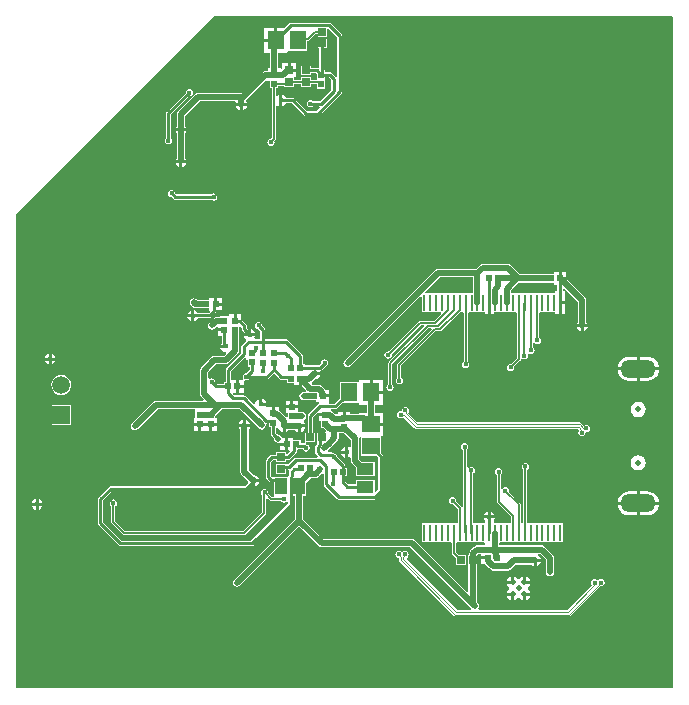
<source format=gbr>
%TF.GenerationSoftware,Altium Limited,Altium Designer,20.0.12 (288)*%
G04 Layer_Physical_Order=4*
G04 Layer_Color=16711680*
%FSLAX43Y43*%
%MOMM*%
%TF.FileFunction,Copper,L4,Bot,Signal*%
%TF.Part,Single*%
G01*
G75*
%TA.AperFunction,SMDPad,CuDef*%
%ADD10R,0.580X0.540*%
%ADD12R,0.650X0.650*%
%ADD16R,0.540X0.580*%
%ADD18R,0.650X0.650*%
%ADD25R,1.450X1.550*%
%ADD29R,1.550X1.450*%
%TA.AperFunction,Conductor*%
%ADD33C,0.254*%
%ADD34C,0.508*%
%ADD37C,0.118*%
%ADD38C,0.152*%
%ADD39C,0.133*%
%TA.AperFunction,ComponentPad*%
%ADD41C,1.500*%
%ADD42R,1.500X1.500*%
%ADD43C,0.500*%
%ADD44O,3.000X1.500*%
%TA.AperFunction,ViaPad*%
%ADD45C,0.500*%
%ADD46C,0.432*%
%ADD47C,0.508*%
%ADD48C,0.305*%
%TA.AperFunction,SMDPad,CuDef*%
%ADD50R,1.390X0.990*%
%ADD51R,0.990X1.390*%
%ADD52R,0.279X1.422*%
G36*
X132639Y96139D02*
Y39345D01*
X77064D01*
Y79527D01*
X93777Y96241D01*
X132537D01*
X132639Y96139D01*
D02*
G37*
%LPC*%
G36*
X98897Y95212D02*
X98045D01*
Y94310D01*
X98897D01*
Y95212D01*
D02*
G37*
G36*
X103522Y95699D02*
X100270D01*
X100186Y95683D01*
X100114Y95635D01*
X99692Y95212D01*
X99151D01*
Y94183D01*
X99024D01*
Y94056D01*
X98045D01*
Y93154D01*
X98549D01*
Y91841D01*
X98358D01*
Y91610D01*
X98148D01*
X98015Y91584D01*
X97901Y91508D01*
X96144Y89750D01*
X92450D01*
X92316Y89724D01*
X92203Y89648D01*
X90741Y88186D01*
X90665Y88072D01*
X90638Y87938D01*
Y86937D01*
X90545Y86797D01*
X90534Y86741D01*
X91442D01*
X91431Y86797D01*
X91338Y86937D01*
Y87794D01*
X92595Y89051D01*
X95605D01*
X95656Y88955D01*
X95660Y88924D01*
X95651Y88879D01*
X96559D01*
X96547Y88935D01*
X96455Y89073D01*
X98231Y90849D01*
X98358Y90796D01*
Y90753D01*
X98523D01*
Y90138D01*
X98724D01*
Y85972D01*
X98624Y85883D01*
X98505Y85860D01*
X98404Y85792D01*
X98337Y85692D01*
X98313Y85573D01*
X98337Y85454D01*
X98404Y85353D01*
X98505Y85285D01*
X98624Y85262D01*
X98743Y85285D01*
X98844Y85353D01*
X98911Y85454D01*
X98935Y85573D01*
X98912Y85686D01*
X98994Y85768D01*
X99028Y85820D01*
X99041Y85880D01*
Y88667D01*
X99168Y88735D01*
X99266Y88669D01*
X99322Y88658D01*
Y89112D01*
Y89566D01*
X99266Y89554D01*
X99168Y89489D01*
X99041Y89557D01*
Y90138D01*
X99241D01*
Y90358D01*
X99738D01*
Y90247D01*
X100566D01*
Y90502D01*
X101161D01*
Y90239D01*
X101989D01*
Y90494D01*
X102511D01*
Y90112D01*
X103229D01*
Y90870D01*
X103229D01*
Y90892D01*
X103229D01*
Y91051D01*
X103494D01*
X103722Y90823D01*
Y89965D01*
X102801Y89044D01*
X102175D01*
X102075Y89111D01*
X101956Y89135D01*
X101837Y89111D01*
X101736Y89044D01*
X101668Y88943D01*
X101645Y88824D01*
X101668Y88705D01*
X101736Y88604D01*
X101837Y88537D01*
X101956Y88513D01*
X102075Y88537D01*
X102175Y88604D01*
X102706D01*
X102755Y88487D01*
X102465Y88197D01*
X101708D01*
X100638Y89267D01*
X100566Y89315D01*
X100482Y89332D01*
X99867D01*
X99788Y89451D01*
X99632Y89554D01*
X99576Y89566D01*
Y89112D01*
Y88658D01*
X99632Y88669D01*
X99788Y88773D01*
X99867Y88892D01*
X100391D01*
X101461Y87821D01*
X101533Y87774D01*
X101617Y87757D01*
X102557D01*
X102641Y87774D01*
X102712Y87821D01*
X104600Y89710D01*
X104648Y89781D01*
X104665Y89865D01*
Y94556D01*
X104648Y94640D01*
X104600Y94712D01*
X103677Y95635D01*
X103606Y95683D01*
X103522Y95699D01*
D02*
G37*
G36*
X96559Y88625D02*
X96232D01*
Y88298D01*
X96288Y88309D01*
X96443Y88413D01*
X96547Y88568D01*
X96559Y88625D01*
D02*
G37*
G36*
X95978D02*
X95651D01*
X95662Y88568D01*
X95766Y88413D01*
X95921Y88309D01*
X95978Y88298D01*
Y88625D01*
D02*
G37*
G36*
X91694Y90074D02*
X91575Y90051D01*
X91474Y89983D01*
X91407Y89883D01*
X91383Y89764D01*
X89778Y88159D01*
X89730Y88088D01*
X89714Y88003D01*
Y85923D01*
X89647Y85822D01*
X89623Y85704D01*
X89647Y85585D01*
X89714Y85484D01*
X89815Y85416D01*
X89934Y85393D01*
X90053Y85416D01*
X90153Y85484D01*
X90221Y85585D01*
X90244Y85704D01*
X90221Y85822D01*
X90154Y85923D01*
Y87912D01*
X91695Y89453D01*
X91813Y89476D01*
X91914Y89544D01*
X91981Y89645D01*
X92005Y89764D01*
X91981Y89883D01*
X91914Y89983D01*
X91813Y90051D01*
X91694Y90074D01*
D02*
G37*
G36*
X91442Y86487D02*
X90534D01*
X90545Y86431D01*
X90638Y86291D01*
Y84264D01*
X90545Y84125D01*
X90534Y84068D01*
X91442D01*
X91431Y84125D01*
X91338Y84264D01*
Y86291D01*
X91431Y86431D01*
X91442Y86487D01*
D02*
G37*
G36*
Y83814D02*
X91115D01*
Y83488D01*
X91171Y83499D01*
X91327Y83603D01*
X91431Y83758D01*
X91442Y83814D01*
D02*
G37*
G36*
X90861D02*
X90534D01*
X90545Y83758D01*
X90649Y83603D01*
X90805Y83499D01*
X90861Y83488D01*
Y83814D01*
D02*
G37*
G36*
X90221Y81540D02*
X90102Y81516D01*
X90001Y81449D01*
X89934Y81348D01*
X89910Y81229D01*
X89934Y81110D01*
X90001Y81009D01*
X90102Y80942D01*
X90220Y80919D01*
X90370Y80769D01*
X90441Y80721D01*
X90526Y80704D01*
X93541D01*
X93641Y80637D01*
X93760Y80614D01*
X93879Y80637D01*
X93980Y80705D01*
X94047Y80805D01*
X94071Y80924D01*
X94047Y81043D01*
X93980Y81144D01*
X93879Y81212D01*
X93760Y81235D01*
X93641Y81212D01*
X93541Y81145D01*
X90617D01*
X90531Y81230D01*
X90508Y81348D01*
X90441Y81449D01*
X90340Y81516D01*
X90221Y81540D01*
D02*
G37*
G36*
X123632Y74565D02*
X123215D01*
Y74168D01*
X123632D01*
Y74565D01*
D02*
G37*
G36*
X93802Y72381D02*
X93385D01*
Y72215D01*
X93167D01*
X93133Y72222D01*
X92356D01*
X92322Y72256D01*
X92209Y72332D01*
X92075Y72359D01*
X91941Y72332D01*
X91828Y72256D01*
X91752Y72143D01*
X91725Y72009D01*
X91752Y71875D01*
X91828Y71762D01*
X91964Y71625D01*
X91964Y71625D01*
X92078Y71550D01*
X92212Y71523D01*
X92770D01*
Y71498D01*
X93385D01*
Y71333D01*
X93385D01*
X93426Y71233D01*
X93330Y71137D01*
X92400D01*
X92338Y71230D01*
X92182Y71334D01*
X92126Y71345D01*
Y70891D01*
Y70438D01*
X92182Y70449D01*
X92338Y70553D01*
X92434Y70697D01*
X93421D01*
X93505Y70713D01*
X93577Y70761D01*
X93922Y71106D01*
X93970Y71178D01*
X93986Y71262D01*
Y71333D01*
X94473D01*
Y71730D01*
X93929D01*
Y71857D01*
X93802D01*
Y72381D01*
D02*
G37*
G36*
X94473D02*
X94056D01*
Y71984D01*
X94473D01*
Y72381D01*
D02*
G37*
G36*
X91872Y71345D02*
X91815Y71334D01*
X91660Y71230D01*
X91556Y71075D01*
X91545Y71018D01*
X91872D01*
Y71345D01*
D02*
G37*
G36*
X123492Y71844D02*
X123225D01*
Y71006D01*
X123492D01*
Y71844D01*
D02*
G37*
G36*
X96104Y71013D02*
X95707D01*
Y70469D01*
X95453D01*
Y71013D01*
X95056D01*
Y70961D01*
X95025Y70848D01*
X94307D01*
Y70782D01*
X94004D01*
X93870Y70756D01*
X93756Y70680D01*
X93756Y70680D01*
X93377Y70301D01*
X93301Y70187D01*
X93275Y70053D01*
X93301Y69920D01*
X93377Y69806D01*
X93491Y69730D01*
X93624Y69704D01*
X93758Y69730D01*
X93872Y69806D01*
X94024Y69959D01*
X94142Y69910D01*
Y69816D01*
X94666D01*
Y69562D01*
X94142D01*
Y69145D01*
X94446D01*
Y68601D01*
X94350Y68459D01*
X94339Y68402D01*
X94793D01*
Y68148D01*
X94339D01*
X94350Y68092D01*
X94454Y67936D01*
X94609Y67833D01*
X94784Y67798D01*
X94806Y67764D01*
X94843Y67677D01*
X94623Y67456D01*
X93828D01*
X93828Y67456D01*
X93694Y67430D01*
X93580Y67354D01*
X92691Y66465D01*
X92616Y66352D01*
X92589Y66218D01*
Y64287D01*
X92616Y64154D01*
X92691Y64040D01*
X92942Y63789D01*
X92894Y63672D01*
X88875D01*
X88741Y63645D01*
X88627Y63569D01*
X88627Y63569D01*
X86849Y61791D01*
X86774Y61678D01*
X86747Y61544D01*
X86774Y61410D01*
X86849Y61297D01*
X86963Y61221D01*
X87097Y61195D01*
X87230Y61221D01*
X87344Y61297D01*
X89019Y62973D01*
X92222D01*
X92224Y62847D01*
X92224D01*
Y62232D01*
X92059D01*
Y61815D01*
X92583D01*
Y61688D01*
X92710D01*
Y61144D01*
X93107D01*
Y61153D01*
X93370D01*
Y61697D01*
X93497D01*
Y61824D01*
X94021D01*
Y62241D01*
X93872D01*
X93863Y62368D01*
X94468Y62973D01*
X95943D01*
X97568Y61348D01*
X97682Y61272D01*
X97815Y61245D01*
X97949Y61272D01*
X98063Y61348D01*
X98138Y61461D01*
X98165Y61595D01*
X98152Y61660D01*
X98196Y61725D01*
X98249Y61774D01*
X98447D01*
Y61452D01*
X98586D01*
Y60858D01*
X98603Y60774D01*
X98650Y60703D01*
X98844Y60509D01*
X98837Y60477D01*
X98864Y60344D01*
X98940Y60230D01*
X99053Y60154D01*
X99187Y60128D01*
X99294Y60149D01*
X99345Y60122D01*
X99838D01*
Y60519D01*
X99528D01*
X99510Y60611D01*
X99434Y60725D01*
X99321Y60800D01*
X99187Y60827D01*
X99155Y60821D01*
X99026Y60950D01*
Y61362D01*
X99059Y61395D01*
X99216Y61387D01*
X99240Y61356D01*
X99242Y61346D01*
X99354Y61178D01*
X99522Y61066D01*
X99593Y61052D01*
Y61544D01*
X99847D01*
Y61052D01*
X99919Y61066D01*
X100087Y61178D01*
X100098Y61195D01*
X100664D01*
X100675Y61178D01*
X100843Y61066D01*
X100914Y61052D01*
Y61544D01*
X101041D01*
Y61671D01*
X101534D01*
X101520Y61742D01*
X101407Y61910D01*
X101387Y61924D01*
X101381Y61966D01*
X101398Y62070D01*
X101483Y62126D01*
X101492Y62135D01*
X101567Y62249D01*
X101591Y62368D01*
X101718Y62355D01*
Y60993D01*
X101524D01*
Y60169D01*
X101483Y60055D01*
X101399Y60072D01*
X101124D01*
Y60354D01*
X100509D01*
Y60519D01*
X100092D01*
Y59995D01*
Y59471D01*
X100142D01*
X100190Y59353D01*
X100007Y59171D01*
X99880Y59223D01*
Y59308D01*
X99052D01*
Y59115D01*
X98722D01*
X98638Y59098D01*
X98566Y59050D01*
X98244Y58728D01*
X98196Y58657D01*
X98179Y58572D01*
Y57201D01*
X98196Y57117D01*
X98244Y57045D01*
X98447Y56842D01*
X98519Y56794D01*
X98603Y56777D01*
X98890D01*
Y55655D01*
X98890D01*
X98867Y55537D01*
X98701D01*
X98368Y55870D01*
X98380Y55931D01*
X98357Y56050D01*
X98289Y56151D01*
X98188Y56218D01*
X98069Y56242D01*
X97950Y56218D01*
X97850Y56151D01*
X97782Y56050D01*
X97759Y55931D01*
X97782Y55812D01*
X97850Y55711D01*
X97876Y55694D01*
Y54273D01*
X96275Y52673D01*
X86275D01*
X85436Y53511D01*
Y54762D01*
X85488Y54797D01*
X85555Y54897D01*
X85579Y55016D01*
X85555Y55135D01*
X85488Y55236D01*
X85387Y55304D01*
X85268Y55327D01*
X85149Y55304D01*
X85048Y55236D01*
X84981Y55135D01*
X84957Y55016D01*
X84981Y54897D01*
X85048Y54797D01*
X85099Y54762D01*
Y53442D01*
X85112Y53377D01*
X85149Y53323D01*
X86086Y52385D01*
X86141Y52349D01*
X86205Y52336D01*
X96345D01*
X96409Y52349D01*
X96464Y52385D01*
X98163Y54085D01*
X98200Y54139D01*
X98212Y54204D01*
Y55384D01*
X98330Y55432D01*
X98512Y55250D01*
X98567Y55213D01*
X98631Y55200D01*
X99434D01*
X99468Y55149D01*
X99569Y55082D01*
X99688Y55058D01*
X99807Y55082D01*
X99908Y55149D01*
X99925Y55176D01*
X100052Y55137D01*
Y54988D01*
X96891Y51827D01*
X85957D01*
X84370Y53414D01*
Y55237D01*
X85139Y56006D01*
X96485D01*
X96570Y56023D01*
X96641Y56071D01*
X97015Y56445D01*
X97028Y56442D01*
Y56896D01*
X97155D01*
Y57023D01*
X97609D01*
X97598Y57079D01*
X97494Y57235D01*
X97338Y57339D01*
X97174Y57371D01*
X96717Y57828D01*
Y61272D01*
X96810Y61412D01*
X96821Y61468D01*
X95914D01*
X95925Y61412D01*
X96018Y61272D01*
Y57683D01*
X96045Y57550D01*
X96120Y57436D01*
X96680Y56877D01*
X96704Y56756D01*
X96394Y56447D01*
X85048D01*
X84964Y56430D01*
X84892Y56382D01*
X83995Y55484D01*
X83947Y55413D01*
X83930Y55329D01*
Y53323D01*
X83947Y53238D01*
X83995Y53167D01*
X85711Y51451D01*
X85782Y51403D01*
X85866Y51386D01*
X96982D01*
X97066Y51403D01*
X97138Y51451D01*
X100428Y54741D01*
X100476Y54813D01*
X100493Y54897D01*
Y55655D01*
X100634D01*
Y53674D01*
X95495Y48535D01*
X95419Y48421D01*
X95392Y48287D01*
X95419Y48154D01*
X95495Y48040D01*
X95608Y47964D01*
X95742Y47938D01*
X95876Y47964D01*
X95989Y48040D01*
X100983Y53034D01*
X102652Y51366D01*
X102765Y51290D01*
X102899Y51263D01*
X110423D01*
X115434Y46253D01*
X115434Y46253D01*
X115578Y46108D01*
X115525Y45981D01*
X114373D01*
X110096Y50258D01*
X110094Y50291D01*
X110124Y50410D01*
X110189Y50453D01*
X110256Y50554D01*
X110280Y50673D01*
X110256Y50792D01*
X110189Y50893D01*
X110088Y50960D01*
X109969Y50984D01*
X109850Y50960D01*
X109799Y50926D01*
X109709Y50903D01*
X109619Y50926D01*
X109568Y50960D01*
X109449Y50984D01*
X109330Y50960D01*
X109229Y50893D01*
X109161Y50792D01*
X109138Y50673D01*
X109161Y50554D01*
X109229Y50453D01*
X109330Y50386D01*
X109427Y50367D01*
Y50196D01*
X109474Y50083D01*
X114092Y45464D01*
Y45464D01*
X114205Y45417D01*
X114205Y45417D01*
X123825D01*
X123938Y45464D01*
X126466Y47992D01*
X126555Y47975D01*
X126674Y47998D01*
X126775Y48066D01*
X126843Y48166D01*
X126866Y48285D01*
X126843Y48404D01*
X126775Y48505D01*
X126674Y48573D01*
X126555Y48596D01*
X126437Y48573D01*
X126336Y48505D01*
X126206Y48540D01*
X126146Y48580D01*
X126027Y48604D01*
X125908Y48580D01*
X125807Y48513D01*
X125740Y48412D01*
X125716Y48293D01*
X125740Y48174D01*
X125784Y48108D01*
X123657Y45981D01*
X116224D01*
X116160Y46108D01*
X116201Y46170D01*
X116227Y46303D01*
X116201Y46437D01*
X116125Y46551D01*
X116031Y46645D01*
Y49802D01*
X116095D01*
Y50253D01*
X116102Y50287D01*
X116102Y50287D01*
Y50637D01*
X116194Y50730D01*
X116414D01*
Y50521D01*
X116958D01*
Y50267D01*
X116414D01*
Y49870D01*
X116731D01*
X116747Y49845D01*
X117059Y49533D01*
X117119Y49493D01*
X117202Y49410D01*
X117202Y49410D01*
X117316Y49334D01*
X117450Y49307D01*
X117450Y49307D01*
X118720D01*
X118853Y49334D01*
X118967Y49410D01*
X119372Y49815D01*
X120683D01*
X120822Y49722D01*
X120879Y49711D01*
Y50165D01*
X121006D01*
Y50292D01*
X121459D01*
X121448Y50348D01*
X121344Y50504D01*
X121196Y50603D01*
X121195Y50612D01*
X121256Y50730D01*
X121420D01*
X121888Y50261D01*
Y49161D01*
X121915Y49028D01*
X121991Y48914D01*
X122104Y48838D01*
X122238Y48812D01*
X122372Y48838D01*
X122485Y48914D01*
X122561Y49028D01*
X122587Y49161D01*
Y50406D01*
X122561Y50540D01*
X122485Y50653D01*
X121812Y51327D01*
X121698Y51402D01*
X121564Y51429D01*
X117948D01*
Y51599D01*
X118037Y51689D01*
X118327Y51689D01*
X118454Y51689D01*
X118827Y51689D01*
X118954Y51689D01*
X119327Y51689D01*
X119454Y51689D01*
X119827Y51689D01*
X119954Y51689D01*
X120327Y51689D01*
X120454Y51689D01*
X120827Y51689D01*
X120954Y51689D01*
X121327Y51689D01*
X121454Y51689D01*
X121827Y51689D01*
X121954Y51689D01*
X122327Y51689D01*
X122454Y51689D01*
X122827Y51689D01*
X122954Y51689D01*
X123327D01*
Y53289D01*
X122869Y53289D01*
X122742Y53289D01*
X122369Y53289D01*
X122242Y53289D01*
X121869Y53289D01*
X121742Y53289D01*
X121369Y53289D01*
X121242Y53289D01*
X120869Y53289D01*
X120742Y53289D01*
X120369Y53289D01*
X120288Y53383D01*
Y57846D01*
X120362Y57895D01*
X120429Y57996D01*
X120453Y58115D01*
X120429Y58234D01*
X120362Y58335D01*
X120261Y58402D01*
X120142Y58426D01*
X120023Y58402D01*
X119922Y58335D01*
X119855Y58234D01*
X119831Y58115D01*
X119855Y57996D01*
X119922Y57895D01*
X119952Y57876D01*
Y53372D01*
X119887Y53343D01*
X119766Y53421D01*
Y54900D01*
X119754Y54964D01*
X119717Y55019D01*
X118739Y55997D01*
X118751Y56058D01*
X118727Y56177D01*
X118660Y56278D01*
X118559Y56345D01*
X118440Y56369D01*
X118321Y56345D01*
X118220Y56278D01*
X118202Y56250D01*
X118075Y56289D01*
Y57429D01*
X118127Y57464D01*
X118194Y57564D01*
X118218Y57683D01*
X118194Y57802D01*
X118127Y57903D01*
X118026Y57971D01*
X117907Y57994D01*
X117788Y57971D01*
X117687Y57903D01*
X117620Y57802D01*
X117596Y57683D01*
X117620Y57564D01*
X117687Y57464D01*
X117738Y57429D01*
Y55143D01*
X117751Y55079D01*
X117788Y55024D01*
X118930Y53882D01*
Y53347D01*
X118827Y53289D01*
X118742Y53289D01*
X118369Y53289D01*
X118242Y53289D01*
X117869D01*
X117869Y53289D01*
X117827D01*
Y53289D01*
X117742Y53289D01*
X117492D01*
Y53454D01*
X117492Y53454D01*
X117492D01*
X117481Y53581D01*
X117537Y53665D01*
X117548Y53721D01*
X116640D01*
X116651Y53665D01*
X116707Y53581D01*
X116704Y53454D01*
X116704D01*
X116668Y53343D01*
X116615Y53289D01*
X116369Y53289D01*
X116242Y53289D01*
X115869Y53289D01*
X115752Y53313D01*
Y57540D01*
X115790Y57565D01*
X115857Y57666D01*
X115881Y57785D01*
X115857Y57904D01*
X115790Y58005D01*
X115689Y58072D01*
X115570Y58096D01*
X115451Y58072D01*
X115350Y58005D01*
X115350Y58004D01*
X115223Y58043D01*
Y59567D01*
X115231Y59572D01*
X115298Y59673D01*
X115322Y59792D01*
X115298Y59911D01*
X115231Y60011D01*
X115130Y60079D01*
X115011Y60102D01*
X114892Y60079D01*
X114791Y60011D01*
X114724Y59911D01*
X114700Y59792D01*
X114724Y59673D01*
X114791Y59572D01*
X114886Y59508D01*
Y54665D01*
X114759Y54652D01*
X114754Y54681D01*
X114717Y54736D01*
X114294Y55159D01*
X114306Y55220D01*
X114282Y55339D01*
X114215Y55439D01*
X114114Y55507D01*
X113995Y55530D01*
X113876Y55507D01*
X113775Y55439D01*
X113708Y55339D01*
X113684Y55220D01*
X113708Y55101D01*
X113775Y55000D01*
X113876Y54932D01*
X113995Y54909D01*
X114056Y54921D01*
X114430Y54547D01*
Y53347D01*
X114327Y53289D01*
X114242Y53289D01*
X113869Y53289D01*
X113742Y53289D01*
X113369Y53289D01*
X113242Y53289D01*
X112869Y53289D01*
X112742Y53289D01*
X112369Y53289D01*
X112242Y53289D01*
X111869Y53289D01*
X111742Y53289D01*
X111369D01*
Y51689D01*
X111827Y51689D01*
X111954Y51689D01*
X112327Y51689D01*
X112454Y51689D01*
X112827Y51689D01*
X112954Y51689D01*
X113327Y51689D01*
X113454Y51689D01*
X113827Y51689D01*
X113930Y51631D01*
Y50799D01*
X113942Y50734D01*
X113979Y50680D01*
X114267Y50392D01*
Y49802D01*
X115095D01*
Y50630D01*
X114505D01*
X114266Y50869D01*
Y51631D01*
X114369Y51689D01*
X114454Y51689D01*
X114827Y51689D01*
X114954Y51689D01*
X115327Y51689D01*
X115454Y51689D01*
X115827Y51689D01*
X115954Y51689D01*
X116327Y51689D01*
X116454Y51689D01*
X116615D01*
X116704Y51599D01*
Y51524D01*
X116627Y51429D01*
X116050D01*
X115916Y51402D01*
X115802Y51327D01*
X115802Y51327D01*
X115505Y51029D01*
X115429Y50916D01*
X115402Y50782D01*
Y50630D01*
X115267D01*
Y49802D01*
X115331D01*
Y47510D01*
X115214Y47461D01*
X110815Y51860D01*
X110702Y51936D01*
X110568Y51963D01*
X103044D01*
X101333Y53674D01*
Y55655D01*
X101567D01*
Y56728D01*
X101979Y57140D01*
X102397D01*
X102531Y57167D01*
X102644Y57242D01*
X102955Y57553D01*
X103082Y57500D01*
Y56591D01*
X103098Y56507D01*
X103146Y56436D01*
X104213Y55369D01*
X104284Y55321D01*
X104369Y55304D01*
X107344D01*
X107428Y55321D01*
X107500Y55369D01*
X108055Y55924D01*
X108103Y55995D01*
X108119Y56080D01*
Y59004D01*
X108103Y59088D01*
X108055Y59160D01*
X107925Y59290D01*
Y60656D01*
X108028Y60713D01*
X108090D01*
Y61565D01*
X107061D01*
Y61819D01*
X108090D01*
Y62671D01*
X107436D01*
Y63360D01*
X108065D01*
Y64262D01*
X107086D01*
Y64389D01*
X106959D01*
Y65418D01*
X106107D01*
Y65356D01*
X106050Y65253D01*
X104423D01*
Y63886D01*
X103977Y63441D01*
X103568D01*
X103550Y63560D01*
X103550D01*
Y63957D01*
X103006D01*
Y64211D01*
X103550D01*
Y64608D01*
X103233D01*
X103217Y64632D01*
X102905Y64944D01*
X102792Y65020D01*
X102658Y65047D01*
X102133D01*
X102049Y65142D01*
X102068Y65268D01*
X102117Y65301D01*
X102330Y65514D01*
X102495Y65547D01*
X102650Y65650D01*
X102754Y65806D01*
X102765Y65862D01*
X102311D01*
Y66116D01*
X102765D01*
X102765Y66118D01*
X102757Y66176D01*
X102834Y66256D01*
X102905Y66303D01*
X103170Y66568D01*
X103175Y66567D01*
X103294Y66591D01*
X103395Y66658D01*
X103462Y66759D01*
X103486Y66878D01*
X103462Y66997D01*
X103395Y67098D01*
X103294Y67165D01*
X103175Y67189D01*
X103056Y67165D01*
X102955Y67098D01*
X102888Y66997D01*
X102866Y66886D01*
X102659Y66679D01*
X101480D01*
Y66780D01*
X101321D01*
Y67504D01*
X101304Y67588D01*
X101257Y67660D01*
X100069Y68848D01*
X99998Y68895D01*
X99913Y68912D01*
X98137D01*
Y69684D01*
X98120Y69768D01*
X98073Y69840D01*
X97870Y70042D01*
X97872Y70053D01*
X97849Y70172D01*
X97781Y70273D01*
X97680Y70340D01*
X97561Y70364D01*
X97442Y70340D01*
X97342Y70273D01*
X97274Y70172D01*
X97251Y70053D01*
X97274Y69934D01*
X97342Y69833D01*
X97442Y69766D01*
X97544Y69746D01*
X97697Y69593D01*
Y68912D01*
X97275D01*
X97207Y69039D01*
X97251Y69106D01*
X97263Y69162D01*
X96355D01*
X96366Y69106D01*
X96470Y68950D01*
X96489Y68938D01*
X96505Y68774D01*
X96161Y68431D01*
X96113Y68359D01*
X96097Y68275D01*
Y67731D01*
X94831Y66466D01*
X94784Y66395D01*
X94767Y66310D01*
Y65256D01*
X94608D01*
Y65117D01*
X94071D01*
X93910Y65279D01*
X93886Y65397D01*
X93819Y65498D01*
X93718Y65565D01*
X93599Y65589D01*
X93480Y65565D01*
X93415Y65522D01*
X93299Y65568D01*
X93288Y65578D01*
Y66073D01*
X93972Y66757D01*
X94767D01*
X94901Y66784D01*
X95015Y66860D01*
X95827Y67672D01*
X95827Y67672D01*
X95903Y67786D01*
X95930Y67920D01*
Y69310D01*
X95939D01*
Y69925D01*
X96104D01*
X96148Y69816D01*
Y69730D01*
X96165Y69646D01*
X96212Y69574D01*
X96358Y69429D01*
X96355Y69416D01*
X96682D01*
Y69744D01*
X96588Y69827D01*
Y70002D01*
X96571Y70086D01*
X96524Y70158D01*
X96117Y70564D01*
X96104Y70573D01*
Y71013D01*
D02*
G37*
G36*
X91872Y70764D02*
X91545D01*
X91556Y70708D01*
X91660Y70553D01*
X91815Y70449D01*
X91872Y70438D01*
Y70764D01*
D02*
G37*
G36*
X118669Y75280D02*
X116535D01*
X116401Y75253D01*
X116288Y75177D01*
X115953Y74842D01*
X112740D01*
X112607Y74816D01*
X112493Y74740D01*
X104853Y67100D01*
X104777Y66987D01*
X104751Y66853D01*
X104777Y66719D01*
X104853Y66606D01*
X104967Y66530D01*
X105100Y66503D01*
X105234Y66530D01*
X105348Y66606D01*
X111252Y72510D01*
X111369Y72461D01*
Y71171D01*
X111827Y71171D01*
X111954Y71171D01*
X112327Y71171D01*
X112454Y71171D01*
X112827Y71171D01*
X112978Y71171D01*
X113027Y71053D01*
X112424Y70450D01*
X111252D01*
X111188Y70437D01*
X111133Y70401D01*
X108595Y67863D01*
X108534Y67875D01*
X108415Y67851D01*
X108314Y67784D01*
X108247Y67683D01*
X108223Y67564D01*
X108247Y67445D01*
X108314Y67344D01*
X108415Y67277D01*
X108534Y67253D01*
X108653Y67277D01*
X108754Y67344D01*
X108821Y67445D01*
X108845Y67564D01*
X108833Y67625D01*
X111322Y70113D01*
X111543D01*
X111592Y69996D01*
X108568Y66972D01*
X108531Y66917D01*
X108518Y66853D01*
Y65059D01*
X108467Y65025D01*
X108399Y64924D01*
X108376Y64805D01*
X108399Y64686D01*
X108467Y64586D01*
X108568Y64518D01*
X108687Y64494D01*
X108806Y64518D01*
X108906Y64586D01*
X108974Y64686D01*
X108997Y64805D01*
X108974Y64924D01*
X108906Y65025D01*
X108855Y65059D01*
Y66783D01*
X111944Y69872D01*
X112203D01*
X112255Y69745D01*
X109355Y66845D01*
X109318Y66790D01*
X109306Y66726D01*
Y65634D01*
X109254Y65599D01*
X109187Y65499D01*
X109163Y65380D01*
X109187Y65261D01*
X109254Y65160D01*
X109355Y65092D01*
X109474Y65069D01*
X109593Y65092D01*
X109694Y65160D01*
X109761Y65261D01*
X109785Y65380D01*
X109761Y65499D01*
X109694Y65599D01*
X109642Y65634D01*
Y66656D01*
X112541Y69555D01*
X112934D01*
X112999Y69567D01*
X113054Y69604D01*
X114533Y71083D01*
X114559Y71122D01*
X114607Y71171D01*
X114827Y71171D01*
X114937Y71131D01*
Y67026D01*
X114893Y66996D01*
X114826Y66896D01*
X114802Y66777D01*
X114826Y66658D01*
X114893Y66557D01*
X114994Y66489D01*
X115113Y66466D01*
X115232Y66489D01*
X115333Y66557D01*
X115400Y66658D01*
X115424Y66777D01*
X115400Y66896D01*
X115333Y66996D01*
X115274Y67036D01*
Y71095D01*
X115369Y71171D01*
X115454Y71171D01*
X115827D01*
X115827Y71171D01*
X115869D01*
Y71171D01*
X115954Y71171D01*
X116242D01*
X116327Y71171D01*
Y71171D01*
X116369D01*
Y71171D01*
X116704D01*
Y71006D01*
X116971D01*
Y71971D01*
X117225D01*
Y71006D01*
X117492D01*
Y71171D01*
X117742D01*
X117827Y71171D01*
Y71171D01*
X117869D01*
Y71171D01*
X118327D01*
X118327Y71171D01*
X118369D01*
Y71171D01*
X118454Y71171D01*
X118742D01*
X118827Y71171D01*
Y71171D01*
X118869D01*
X118869Y71171D01*
X119327Y71171D01*
X119430Y71113D01*
Y67268D01*
X118983Y66821D01*
X118923Y66833D01*
X118804Y66810D01*
X118703Y66742D01*
X118636Y66642D01*
X118612Y66523D01*
X118636Y66404D01*
X118703Y66303D01*
X118804Y66235D01*
X118923Y66212D01*
X119042Y66235D01*
X119143Y66303D01*
X119210Y66404D01*
X119234Y66523D01*
X119222Y66583D01*
X119717Y67079D01*
X119754Y67133D01*
X119763Y67181D01*
X119817Y67213D01*
X119893Y67236D01*
X119947Y67201D01*
X120066Y67177D01*
X120185Y67201D01*
X120286Y67268D01*
X120353Y67369D01*
X120377Y67488D01*
X120353Y67607D01*
X120352Y67608D01*
X120444Y67699D01*
X120506Y67658D01*
X120625Y67634D01*
X120744Y67658D01*
X120844Y67725D01*
X120912Y67826D01*
X120935Y67945D01*
X120912Y68064D01*
X120844Y68165D01*
X120780Y68208D01*
Y68598D01*
X120907Y68636D01*
X120938Y68589D01*
X121039Y68521D01*
X121158Y68498D01*
X121277Y68521D01*
X121378Y68589D01*
X121445Y68690D01*
X121469Y68809D01*
X121445Y68928D01*
X121378Y69028D01*
X121296Y69083D01*
Y71074D01*
X121369Y71171D01*
X121454Y71171D01*
X121827Y71171D01*
X121954Y71171D01*
X122327Y71171D01*
X122454Y71171D01*
X122704D01*
Y71006D01*
X122971D01*
Y71971D01*
X123098D01*
Y72098D01*
X123492D01*
Y72936D01*
X123313D01*
Y73176D01*
X123431Y73224D01*
X124618Y72037D01*
Y70350D01*
X124525Y70211D01*
X124514Y70155D01*
X125422D01*
X125411Y70211D01*
X125318Y70350D01*
Y72181D01*
X125318Y72181D01*
X125291Y72315D01*
X125215Y72429D01*
X125215Y72429D01*
X123730Y73914D01*
X123088D01*
Y74041D01*
X122961D01*
Y74565D01*
X122544D01*
Y74400D01*
X121929D01*
Y74391D01*
X119703D01*
X118916Y75177D01*
X118803Y75253D01*
X118669Y75280D01*
D02*
G37*
G36*
X125422Y69901D02*
X125095D01*
Y69574D01*
X125151Y69585D01*
X125307Y69689D01*
X125411Y69844D01*
X125422Y69901D01*
D02*
G37*
G36*
X124841D02*
X124514D01*
X124525Y69844D01*
X124629Y69689D01*
X124785Y69585D01*
X124841Y69574D01*
Y69901D01*
D02*
G37*
G36*
X96936Y69743D02*
Y69416D01*
X97263D01*
X97251Y69472D01*
X97148Y69628D01*
X96992Y69732D01*
X96936Y69743D01*
D02*
G37*
G36*
X80035Y67662D02*
Y67335D01*
X80362D01*
X80351Y67392D01*
X80247Y67547D01*
X80092Y67651D01*
X80035Y67662D01*
D02*
G37*
G36*
X79781D02*
X79725Y67651D01*
X79570Y67547D01*
X79466Y67392D01*
X79455Y67335D01*
X79781D01*
Y67662D01*
D02*
G37*
G36*
X80362Y67081D02*
X80035D01*
Y66755D01*
X80092Y66766D01*
X80247Y66870D01*
X80351Y67025D01*
X80362Y67081D01*
D02*
G37*
G36*
X79781D02*
X79455D01*
X79466Y67025D01*
X79570Y66870D01*
X79725Y66766D01*
X79781Y66755D01*
Y67081D01*
D02*
G37*
G36*
X130468Y67404D02*
X129845D01*
Y66518D01*
X131464D01*
X131446Y66653D01*
X131345Y66898D01*
X131184Y67107D01*
X130974Y67268D01*
X130730Y67369D01*
X130468Y67404D01*
D02*
G37*
G36*
X129591D02*
X128968D01*
X128706Y67369D01*
X128461Y67268D01*
X128252Y67107D01*
X128091Y66898D01*
X127990Y66653D01*
X127972Y66518D01*
X129591D01*
Y67404D01*
D02*
G37*
G36*
X131464Y66264D02*
X129845D01*
Y65379D01*
X130468D01*
X130730Y65413D01*
X130974Y65514D01*
X131184Y65675D01*
X131345Y65885D01*
X131446Y66129D01*
X131464Y66264D01*
D02*
G37*
G36*
X129591D02*
X127972D01*
X127990Y66129D01*
X128091Y65885D01*
X128252Y65675D01*
X128461Y65514D01*
X128706Y65413D01*
X128968Y65379D01*
X129591D01*
Y66264D01*
D02*
G37*
G36*
X108065Y65418D02*
X107213D01*
Y64516D01*
X108065D01*
Y65418D01*
D02*
G37*
G36*
X80874Y65870D02*
X80655Y65841D01*
X80451Y65757D01*
X80275Y65622D01*
X80141Y65447D01*
X80056Y65243D01*
X80027Y65024D01*
X80056Y64805D01*
X80141Y64601D01*
X80275Y64426D01*
X80451Y64291D01*
X80655Y64207D01*
X80874Y64178D01*
X81093Y64207D01*
X81297Y64291D01*
X81472Y64426D01*
X81606Y64601D01*
X81691Y64805D01*
X81720Y65024D01*
X81691Y65243D01*
X81606Y65447D01*
X81472Y65622D01*
X81297Y65757D01*
X81093Y65841D01*
X80874Y65870D01*
D02*
G37*
G36*
X129718Y63593D02*
X129469Y63543D01*
X129257Y63402D01*
X129116Y63190D01*
X129066Y62941D01*
X129116Y62692D01*
X129257Y62481D01*
X129469Y62339D01*
X129718Y62290D01*
X129967Y62339D01*
X130178Y62481D01*
X130320Y62692D01*
X130369Y62941D01*
X130320Y63190D01*
X130178Y63402D01*
X129967Y63543D01*
X129718Y63593D01*
D02*
G37*
G36*
X96495Y62049D02*
Y61722D01*
X96821D01*
X96810Y61778D01*
X96706Y61934D01*
X96551Y62038D01*
X96495Y62049D01*
D02*
G37*
G36*
X96241D02*
X96184Y62038D01*
X96029Y61934D01*
X95925Y61778D01*
X95914Y61722D01*
X96241D01*
Y62049D01*
D02*
G37*
G36*
X81713Y63323D02*
X80035D01*
Y61645D01*
X81713D01*
Y63323D01*
D02*
G37*
G36*
X94021Y61570D02*
X93624D01*
Y61153D01*
X94021D01*
Y61570D01*
D02*
G37*
G36*
X92456Y61561D02*
X92059D01*
Y61144D01*
X92456D01*
Y61561D01*
D02*
G37*
G36*
X101534Y61417D02*
X101168D01*
Y61052D01*
X101239Y61066D01*
X101407Y61178D01*
X101520Y61346D01*
X101534Y61417D01*
D02*
G37*
G36*
X109982Y63176D02*
X109863Y63152D01*
X109762Y63085D01*
X109695Y62984D01*
X109683Y62923D01*
X109635Y62843D01*
X109555Y62796D01*
X109495Y62784D01*
X109394Y62716D01*
X109327Y62616D01*
X109303Y62497D01*
X109327Y62378D01*
X109394Y62277D01*
X109495Y62210D01*
X109614Y62186D01*
X109733Y62210D01*
X109815Y62265D01*
X110741Y61339D01*
X110854Y61292D01*
X124605D01*
X124711Y61187D01*
X124655Y61104D01*
X124632Y60985D01*
X124655Y60866D01*
X124723Y60766D01*
X124824Y60698D01*
X124943Y60675D01*
X125062Y60698D01*
X125162Y60766D01*
X125230Y60866D01*
X125242Y60927D01*
X125289Y61007D01*
X125369Y61054D01*
X125430Y61066D01*
X125531Y61134D01*
X125598Y61235D01*
X125622Y61354D01*
X125598Y61473D01*
X125531Y61573D01*
X125430Y61641D01*
X125311Y61664D01*
X125192Y61641D01*
X125109Y61586D01*
X124886Y61810D01*
X124773Y61856D01*
X111021D01*
X110214Y62664D01*
X110269Y62746D01*
X110293Y62865D01*
X110269Y62984D01*
X110202Y63085D01*
X110101Y63152D01*
X109982Y63176D01*
D02*
G37*
G36*
X99838Y59868D02*
X99421D01*
Y59471D01*
X99838D01*
Y59868D01*
D02*
G37*
G36*
X129718Y59093D02*
X129469Y59043D01*
X129257Y58902D01*
X129116Y58690D01*
X129066Y58441D01*
X129116Y58192D01*
X129257Y57981D01*
X129469Y57839D01*
X129718Y57790D01*
X129967Y57839D01*
X130178Y57981D01*
X130320Y58192D01*
X130369Y58441D01*
X130320Y58690D01*
X130178Y58902D01*
X129967Y59043D01*
X129718Y59093D01*
D02*
G37*
G36*
X97609Y56769D02*
X97282D01*
Y56442D01*
X97338Y56453D01*
X97494Y56557D01*
X97598Y56713D01*
X97609Y56769D01*
D02*
G37*
G36*
X130468Y56004D02*
X129845D01*
Y55118D01*
X131464D01*
X131446Y55253D01*
X131345Y55498D01*
X131184Y55707D01*
X130974Y55868D01*
X130730Y55969D01*
X130468Y56004D01*
D02*
G37*
G36*
X129591D02*
X128968D01*
X128706Y55969D01*
X128461Y55868D01*
X128252Y55707D01*
X128091Y55498D01*
X127990Y55253D01*
X127972Y55118D01*
X129591D01*
Y56004D01*
D02*
G37*
G36*
X78943Y55369D02*
Y55042D01*
X79270D01*
X79259Y55098D01*
X79155Y55254D01*
X79000Y55357D01*
X78943Y55369D01*
D02*
G37*
G36*
X78689D02*
X78633Y55357D01*
X78477Y55254D01*
X78374Y55098D01*
X78362Y55042D01*
X78689D01*
Y55369D01*
D02*
G37*
G36*
X79270Y54788D02*
X78943D01*
Y54461D01*
X79000Y54472D01*
X79155Y54576D01*
X79259Y54731D01*
X79270Y54788D01*
D02*
G37*
G36*
X78689D02*
X78362D01*
X78374Y54731D01*
X78477Y54576D01*
X78633Y54472D01*
X78689Y54461D01*
Y54788D01*
D02*
G37*
G36*
X131464Y54864D02*
X129845D01*
Y53979D01*
X130468D01*
X130730Y54013D01*
X130974Y54114D01*
X131184Y54275D01*
X131345Y54485D01*
X131446Y54729D01*
X131464Y54864D01*
D02*
G37*
G36*
X129591D02*
X127972D01*
X127990Y54729D01*
X128091Y54485D01*
X128252Y54275D01*
X128461Y54114D01*
X128706Y54013D01*
X128968Y53979D01*
X129591D01*
Y54864D01*
D02*
G37*
G36*
X117221Y54302D02*
Y53975D01*
X117548D01*
X117537Y54031D01*
X117433Y54187D01*
X117277Y54291D01*
X117221Y54302D01*
D02*
G37*
G36*
X116967D02*
X116911Y54291D01*
X116755Y54187D01*
X116651Y54031D01*
X116640Y53975D01*
X116967D01*
Y54302D01*
D02*
G37*
G36*
X121459Y50038D02*
X121133D01*
Y49711D01*
X121189Y49722D01*
X121344Y49826D01*
X121448Y49982D01*
X121459Y50038D01*
D02*
G37*
G36*
X119953Y48789D02*
X119884Y48775D01*
X119717Y48663D01*
X119657Y48573D01*
X119504D01*
X119444Y48663D01*
X119277Y48775D01*
X119207Y48789D01*
Y48300D01*
X119080D01*
Y48173D01*
X118592D01*
X118605Y48103D01*
X118717Y47937D01*
X118807Y47876D01*
Y47724D01*
X118717Y47663D01*
X118605Y47497D01*
X118592Y47427D01*
X119080D01*
Y47300D01*
X119207D01*
Y46811D01*
X119277Y46825D01*
X119444Y46937D01*
X119504Y47027D01*
X119657D01*
X119717Y46937D01*
X119884Y46825D01*
X119953Y46811D01*
Y47300D01*
X120080D01*
Y47427D01*
X120569D01*
X120555Y47497D01*
X120444Y47663D01*
X120353Y47724D01*
Y47876D01*
X120444Y47937D01*
X120555Y48103D01*
X120569Y48173D01*
X120080D01*
Y48300D01*
X119953D01*
Y48789D01*
D02*
G37*
G36*
X120207D02*
Y48427D01*
X120569D01*
X120555Y48497D01*
X120444Y48663D01*
X120277Y48775D01*
X120207Y48789D01*
D02*
G37*
G36*
X118953D02*
X118884Y48775D01*
X118717Y48663D01*
X118605Y48497D01*
X118592Y48427D01*
X118953D01*
Y48789D01*
D02*
G37*
G36*
X120569Y47173D02*
X120207D01*
Y46811D01*
X120277Y46825D01*
X120444Y46937D01*
X120555Y47103D01*
X120569Y47173D01*
D02*
G37*
G36*
X118953D02*
X118592D01*
X118605Y47103D01*
X118717Y46937D01*
X118884Y46825D01*
X118953Y46811D01*
Y47173D01*
D02*
G37*
%LPD*%
G36*
X104225Y94465D02*
Y91108D01*
X104098Y91070D01*
X104098Y91070D01*
X103740Y91427D01*
X103669Y91475D01*
X103585Y91491D01*
X103229D01*
Y91650D01*
X103141D01*
Y93515D01*
X103385D01*
Y94343D01*
X102558D01*
Y93515D01*
X102701D01*
Y91937D01*
X102632Y91885D01*
X102574Y91860D01*
X102509Y91873D01*
X101989D01*
Y92066D01*
X101161D01*
Y91239D01*
X101989D01*
Y91432D01*
X102417D01*
X102511Y91339D01*
Y90892D01*
X102418Y90811D01*
X101989D01*
Y91066D01*
X101161D01*
Y90819D01*
X100566D01*
Y91075D01*
X100690Y91082D01*
X100731D01*
Y91534D01*
X100152D01*
Y91661D01*
X100025D01*
Y92240D01*
X99573D01*
Y91789D01*
X99533Y91757D01*
X99406Y91818D01*
Y91841D01*
X99248D01*
Y93154D01*
X100003D01*
Y93216D01*
X100060Y93319D01*
X101688D01*
Y94145D01*
X101720D01*
X101781Y94157D01*
X101832Y94192D01*
X102412Y94771D01*
X102558D01*
Y94515D01*
X103385D01*
Y95124D01*
X103512Y95177D01*
X104225Y94465D01*
D02*
G37*
%LPC*%
G36*
X100731Y92240D02*
X100279D01*
Y91788D01*
X100731D01*
Y92240D01*
D02*
G37*
%LPD*%
G36*
X106050Y63525D02*
X106107Y63422D01*
Y63360D01*
X106737D01*
Y62671D01*
X106032D01*
Y62554D01*
X105324D01*
Y62749D01*
X104927D01*
Y62205D01*
X104673D01*
Y62749D01*
X104276D01*
Y62628D01*
X104231Y62593D01*
X104149Y62550D01*
X104007Y62578D01*
X103881Y62704D01*
X103767Y62780D01*
X103724Y62789D01*
Y63000D01*
X104068D01*
X104152Y63017D01*
X104224Y63065D01*
X104684Y63525D01*
X106050D01*
D02*
G37*
G36*
X96504Y67336D02*
Y67165D01*
X96669D01*
Y66550D01*
X96808D01*
Y66309D01*
X96519Y66020D01*
X96401Y65997D01*
X96300Y65930D01*
X96233Y65829D01*
X96209Y65710D01*
X96233Y65591D01*
X96262Y65548D01*
X96194Y65421D01*
X95894D01*
Y65024D01*
X96311D01*
Y65330D01*
X96337Y65357D01*
X96438Y65415D01*
X96520Y65399D01*
X96639Y65423D01*
X96739Y65490D01*
X98222D01*
X98306Y65506D01*
X98377Y65554D01*
X98844Y66021D01*
X99346Y65519D01*
X99417Y65472D01*
X99501Y65455D01*
X99942D01*
Y65173D01*
X100557D01*
Y65008D01*
X100974D01*
Y65532D01*
X101228D01*
Y64931D01*
X101598Y64561D01*
X101545Y64434D01*
X101371D01*
X101238Y64407D01*
X101124Y64331D01*
X101048Y64218D01*
X101022Y64084D01*
X101048Y63950D01*
X101124Y63837D01*
X101238Y63761D01*
X101371Y63735D01*
X101847D01*
Y63725D01*
X102462D01*
Y63560D01*
X102693D01*
X102705Y63433D01*
X102659Y63424D01*
X102587Y63376D01*
X101783Y62571D01*
X101735Y62500D01*
X101718Y62416D01*
Y62410D01*
X101591Y62397D01*
X101567Y62516D01*
X101492Y62630D01*
X101378Y62705D01*
X101244Y62732D01*
X101199Y62723D01*
X100905D01*
Y63026D01*
X99857D01*
Y62609D01*
X100022D01*
Y62334D01*
X99895Y62281D01*
X99354Y62822D01*
X99330Y62838D01*
Y63155D01*
X98933D01*
Y62611D01*
X98679D01*
Y63155D01*
X98290D01*
X98256Y63174D01*
X98184Y63224D01*
X98193Y63271D01*
X97739D01*
Y63398D01*
X97612D01*
Y63852D01*
X97556Y63841D01*
X97400Y63737D01*
X97297Y63582D01*
X97269Y63445D01*
X97142Y63393D01*
X96472Y64062D01*
X96401Y64110D01*
X96317Y64127D01*
X95519D01*
X95390Y64256D01*
X95438Y64373D01*
X95640D01*
Y64897D01*
Y65421D01*
X95223D01*
X95207Y65541D01*
Y66219D01*
X96377Y67389D01*
X96504Y67336D01*
D02*
G37*
G36*
X102676Y62677D02*
Y62620D01*
X103200D01*
Y62366D01*
X102676D01*
Y61949D01*
X102841D01*
Y61334D01*
X103065D01*
X103279Y61120D01*
X103226Y60993D01*
X102524D01*
Y60402D01*
X102520Y60381D01*
Y60032D01*
X102410Y59922D01*
X102362Y59850D01*
X102345Y59766D01*
Y59334D01*
X102362Y59250D01*
X102410Y59179D01*
X102593Y58996D01*
X102540Y58869D01*
X100736D01*
X100652Y58852D01*
X100581Y58804D01*
X100081Y58305D01*
X99880D01*
Y58308D01*
X99052D01*
Y57481D01*
X99880D01*
Y57864D01*
X100083D01*
X100152Y57739D01*
X100135Y57655D01*
Y57397D01*
X100117Y57379D01*
X100069Y57307D01*
X100052Y57223D01*
Y57223D01*
X98890D01*
Y57218D01*
X98694D01*
X98620Y57292D01*
Y58481D01*
X98813Y58674D01*
X99052D01*
Y58481D01*
X99880D01*
Y58674D01*
X100043D01*
X100127Y58691D01*
X100198Y58739D01*
X100738Y59279D01*
X100786Y59350D01*
X100803Y59434D01*
Y59538D01*
X100888Y59632D01*
X101275D01*
X101287Y59571D01*
X101355Y59470D01*
X101456Y59403D01*
X101575Y59379D01*
X101694Y59403D01*
X101794Y59470D01*
X101862Y59571D01*
X101885Y59690D01*
X101862Y59809D01*
X101794Y59910D01*
X101694Y59977D01*
X101593Y59997D01*
X101561Y60038D01*
X101622Y60165D01*
X102352D01*
Y60993D01*
X102158D01*
Y62325D01*
X102559Y62725D01*
X102676Y62677D01*
D02*
G37*
G36*
X105365Y60345D02*
Y59784D01*
X105253Y59724D01*
X105212Y59752D01*
X105156Y59763D01*
Y59309D01*
Y58855D01*
X105212Y58866D01*
X105253Y58894D01*
X105365Y58834D01*
Y58619D01*
X105392Y58486D01*
X105468Y58372D01*
X105820Y58020D01*
Y57347D01*
X107388D01*
Y58514D01*
X106314D01*
X106064Y58764D01*
Y60490D01*
X106063Y60500D01*
X106172Y60602D01*
X106197Y60595D01*
Y59028D01*
X107564D01*
X107679Y58913D01*
Y56171D01*
X107505Y55997D01*
X107388Y56045D01*
Y57004D01*
X105820D01*
Y56641D01*
X105139D01*
X104919Y56860D01*
Y57274D01*
X105078D01*
Y57992D01*
X104919D01*
Y58166D01*
X104902Y58250D01*
X104854Y58322D01*
X104247Y58929D01*
X104224Y59047D01*
X104157Y59148D01*
X104056Y59215D01*
X103937Y59239D01*
X103926Y59237D01*
X103855Y59284D01*
X103771Y59301D01*
X103455D01*
X103422Y59353D01*
X103407Y59428D01*
X103624Y59645D01*
X103652Y59664D01*
X104235Y60246D01*
X104311Y60360D01*
X104337Y60493D01*
Y60941D01*
X104666D01*
X104753Y60958D01*
X105365Y60345D01*
D02*
G37*
%LPC*%
G36*
X96311Y64770D02*
X95894D01*
Y64373D01*
X96311D01*
Y64770D01*
D02*
G37*
G36*
X97866Y63852D02*
Y63525D01*
X98193D01*
X98182Y63582D01*
X98078Y63737D01*
X97923Y63841D01*
X97866Y63852D01*
D02*
G37*
G36*
X100905Y63697D02*
X100508D01*
Y63280D01*
X100905D01*
Y63697D01*
D02*
G37*
G36*
X100254D02*
X99857D01*
Y63280D01*
X100254D01*
Y63697D01*
D02*
G37*
G36*
X104902Y59763D02*
X104846Y59752D01*
X104690Y59648D01*
X104586Y59492D01*
X104575Y59436D01*
X104902D01*
Y59763D01*
D02*
G37*
G36*
Y59182D02*
X104575D01*
X104586Y59126D01*
X104690Y58970D01*
X104846Y58866D01*
X104902Y58855D01*
Y59182D01*
D02*
G37*
%LPD*%
G36*
X121929Y73682D02*
X122544D01*
Y73517D01*
X122873D01*
Y72936D01*
X122704D01*
Y72861D01*
X122615Y72771D01*
X122369Y72771D01*
X122242Y72771D01*
X121869Y72771D01*
X121742Y72771D01*
X121369Y72771D01*
X121242Y72771D01*
X120869Y72771D01*
X120742Y72771D01*
X120369Y72771D01*
X120242Y72771D01*
X119869D01*
Y72771D01*
X119827D01*
X119827Y72771D01*
X119369Y72771D01*
X119242Y72771D01*
X118948D01*
Y73038D01*
X119601Y73691D01*
X121929D01*
Y73682D01*
D02*
G37*
G36*
X115748Y72861D02*
X115659Y72771D01*
X115369Y72771D01*
X115242Y72771D01*
X114869Y72771D01*
X114742Y72771D01*
X114454D01*
X114369Y72771D01*
Y72771D01*
X114327D01*
Y72771D01*
X113954D01*
X113869Y72771D01*
Y72771D01*
X113827D01*
Y72771D01*
X113454D01*
X113369Y72771D01*
Y72771D01*
X113327D01*
X113327Y72771D01*
X112869Y72771D01*
X112742Y72771D01*
X112369Y72771D01*
X112242Y72771D01*
X111869Y72771D01*
X111679Y72771D01*
X111630Y72888D01*
X112885Y74143D01*
X115748D01*
Y72861D01*
D02*
G37*
D10*
X100745Y59995D02*
D03*
X99965D02*
D03*
X104699Y57633D02*
D03*
X103919D02*
D03*
X101914Y58014D02*
D03*
X101134D02*
D03*
X94987Y64897D02*
D03*
X95767D02*
D03*
X100321Y65532D02*
D03*
X101101D02*
D03*
X101101Y66421D02*
D03*
X100321D02*
D03*
X102226Y64084D02*
D03*
X103006D02*
D03*
X93149Y71857D02*
D03*
X93929D02*
D03*
X117738Y50394D02*
D03*
X116958D02*
D03*
X117874Y74041D02*
D03*
X117094D02*
D03*
X122308D02*
D03*
X123088D02*
D03*
D12*
X99466Y58895D02*
D03*
Y57895D02*
D03*
X100152Y91661D02*
D03*
Y90661D02*
D03*
X101575Y90653D02*
D03*
Y91653D02*
D03*
X102972Y94929D02*
D03*
Y93929D02*
D03*
D16*
X103200Y61713D02*
D03*
Y62493D02*
D03*
X92583Y62468D02*
D03*
Y61688D02*
D03*
X93497Y62477D02*
D03*
Y61697D02*
D03*
X98806Y61831D02*
D03*
Y62611D02*
D03*
X100381Y62373D02*
D03*
Y63153D02*
D03*
X98831Y66911D02*
D03*
Y67691D02*
D03*
X97028Y66929D02*
D03*
Y67709D02*
D03*
X104800Y61425D02*
D03*
Y62205D02*
D03*
X97917Y67700D02*
D03*
Y66920D02*
D03*
X94666Y70469D02*
D03*
Y69689D02*
D03*
X95580Y69689D02*
D03*
Y70469D02*
D03*
X98882Y90517D02*
D03*
Y91297D02*
D03*
X102870Y91271D02*
D03*
Y90491D02*
D03*
D18*
X102938Y60579D02*
D03*
X101938D02*
D03*
X114681Y50216D02*
D03*
X115681D02*
D03*
D25*
X107086Y64389D02*
D03*
X105236D02*
D03*
X100874Y94183D02*
D03*
X99024D02*
D03*
D29*
X107061Y61692D02*
D03*
Y59842D02*
D03*
D33*
X98831Y66319D02*
Y66345D01*
X99449Y89112D02*
X100482D01*
X101617Y87977D01*
X99024Y94183D02*
Y94233D01*
X100270Y95479D01*
X103522D01*
X104445Y89865D02*
Y94556D01*
X103522Y95479D02*
X104445Y94556D01*
X102557Y87977D02*
X104445Y89865D01*
X101617Y87977D02*
X102557D01*
X102870Y91271D02*
X103585D01*
X103942Y90914D01*
Y89874D02*
Y90914D01*
X101956Y88824D02*
X102892D01*
X103942Y89874D01*
X101575Y91653D02*
X102509D01*
X102870Y91291D01*
Y91271D02*
Y91291D01*
X102921Y93878D02*
X102972Y93929D01*
X102921Y91322D02*
Y93878D01*
X102870Y91271D02*
X102921Y91322D01*
X89934Y88003D02*
X91694Y89764D01*
X89934Y85704D02*
Y88003D01*
X100272Y54897D02*
Y57223D01*
X85866Y51607D02*
X96982D01*
X100272Y54897D01*
X100355Y57306D02*
Y57655D01*
X100272Y57223D02*
X100355Y57306D01*
X96485Y56226D02*
X97155Y56896D01*
X85048Y56226D02*
X96485D01*
X84150Y53323D02*
Y55329D01*
X85048Y56226D01*
X84150Y53323D02*
X85866Y51607D01*
X100991Y57871D02*
X101134Y58014D01*
X100571Y57871D02*
X100991D01*
X100355Y57655D02*
X100571Y57871D01*
X103881Y56641D02*
X103900Y56659D01*
Y57614D01*
X103919Y57633D01*
X100301Y66441D02*
X100321Y66421D01*
X100301Y66441D02*
Y67284D01*
X100081Y67504D02*
X100301Y67284D01*
X98831Y67691D02*
X99846D01*
X100033Y67504D01*
X100081D01*
X97028Y67709D02*
Y67729D01*
X97350Y68051D01*
Y68111D01*
X97384Y68145D01*
X97917Y66209D02*
Y66920D01*
X102750Y66459D02*
X103169Y66878D01*
X103175D01*
X101101Y66421D02*
X101139Y66459D01*
X102750D01*
X96368Y69730D02*
X96809Y69289D01*
X96368Y69730D02*
Y70002D01*
X95961Y70409D02*
X96368Y70002D01*
X95580Y70469D02*
X95640Y70409D01*
X95961D01*
X94666Y68450D02*
Y69689D01*
Y68450D02*
X94793Y68323D01*
Y68275D02*
Y68323D01*
X93909Y71857D02*
X93929D01*
X93766Y71714D02*
X93909Y71857D01*
X93766Y71262D02*
Y71714D01*
X93421Y70917D02*
X93766Y71262D01*
X91999Y70891D02*
X92024Y70917D01*
X93421D01*
X92583Y61688D02*
X92588Y61692D01*
X93493D01*
X93497Y61697D01*
X117094Y53823D02*
Y53848D01*
X117098Y52489D02*
Y53819D01*
X117094Y53823D02*
X117098Y53819D01*
X123093Y71976D02*
X123098Y71971D01*
X123093Y71976D02*
Y74036D01*
X123088Y74041D02*
X123093Y74036D01*
X117096Y71973D02*
X117098Y71971D01*
X117096Y71973D02*
Y74039D01*
X117094Y74041D02*
X117096Y74039D01*
X90526Y80924D02*
X93760D01*
X90221Y81229D02*
X90526Y80924D01*
X97561Y70039D02*
X97917Y69684D01*
X97561Y70039D02*
Y70053D01*
X103302Y56591D02*
Y58115D01*
X106528Y59309D02*
X107061Y59842D01*
X103302Y56591D02*
X104369Y55524D01*
X102768Y58649D02*
X103302Y58115D01*
X105047Y56420D02*
X106604D01*
X104699Y56769D02*
X105047Y56420D01*
X104699Y56769D02*
Y57633D01*
X107061Y59842D02*
X107111D01*
X107709Y59244D01*
Y59194D02*
Y59244D01*
Y59194D02*
X107899Y59004D01*
Y56080D02*
Y59004D01*
X104369Y55524D02*
X107344D01*
X107899Y56080D01*
X98831Y66345D02*
Y66911D01*
X99501Y65675D02*
X100178D01*
X98831Y66345D02*
X99501Y65675D01*
X96520Y65710D02*
X98222D01*
X98831Y66319D01*
X100178Y65675D02*
X100321Y65532D01*
X97028Y66218D02*
Y66929D01*
X96520Y65710D02*
X97028Y66218D01*
X96317Y67640D02*
Y68275D01*
X96734Y68692D02*
X97917D01*
X96317Y68275D02*
X96734Y68692D01*
X94987Y66310D02*
X96317Y67640D01*
X94987Y64897D02*
Y66310D01*
Y64347D02*
Y64897D01*
Y64347D02*
X95428Y63906D01*
X96317D02*
X98229Y61994D01*
X95428Y63906D02*
X96317D01*
X98806Y61831D02*
Y61851D01*
X98663Y61994D02*
X98806Y61851D01*
X98229Y61994D02*
X98663D01*
X97917Y68692D02*
Y69684D01*
Y67700D02*
Y68692D01*
X101101Y66421D02*
Y67504D01*
X99913Y68692D02*
X101101Y67504D01*
X97917Y68692D02*
X99913D01*
X93980Y64897D02*
X94987D01*
X93599Y65278D02*
X93980Y64897D01*
X98806Y60858D02*
Y61831D01*
Y60858D02*
X99187Y60477D01*
X104068Y63221D02*
X104588Y63741D01*
X104638D01*
X102743Y63221D02*
X104068D01*
X104638Y63741D02*
X105236Y64339D01*
Y64389D01*
X101938Y60579D02*
Y62416D01*
X102743Y63221D01*
X102565Y59334D02*
X102819Y59080D01*
X103923Y58928D02*
X103937D01*
X103771Y59080D02*
X103923Y58928D01*
X102819Y59080D02*
X103771D01*
X102565Y59334D02*
Y59766D01*
X103937Y58928D02*
X104699Y58166D01*
X100172Y58085D02*
X100736Y58649D01*
X102768D01*
X99466Y57895D02*
X99656Y58085D01*
X100172D01*
X104699Y57633D02*
Y58166D01*
X102565Y59766D02*
X102740Y59941D01*
Y60381D02*
X102938Y60579D01*
X102740Y59941D02*
Y60381D01*
X98722Y58895D02*
X99466D01*
X98400Y58572D02*
X98722Y58895D01*
X98400Y57201D02*
Y58572D01*
Y57201D02*
X98603Y56998D01*
X99105D01*
X99473Y56439D02*
Y56630D01*
X99105Y56998D02*
X99473Y56630D01*
X99466Y58895D02*
X100043D01*
X100725Y59995D02*
X100745D01*
X100582Y59852D02*
X100725Y59995D01*
X100582Y59434D02*
Y59852D01*
X100043Y58895D02*
X100582Y59434D01*
X100745Y59995D02*
X100888Y59852D01*
X101399D01*
X101561Y59690D01*
X101575D01*
D34*
X101914Y57490D02*
X102397D01*
X92450Y89401D02*
X96288D01*
X90988Y86614D02*
Y87938D01*
Y83941D02*
Y86614D01*
X96105Y88752D02*
Y89217D01*
X96288Y89401D01*
X98882Y91277D02*
Y91297D01*
X98866Y91261D02*
X98882Y91277D01*
X98148Y91261D02*
X98866D01*
X96288Y89401D02*
X98148Y91261D01*
X90988Y87938D02*
X92450Y89401D01*
X98882Y91297D02*
X99653D01*
X99946Y91590D01*
X100081D01*
X100152Y91661D01*
X98882Y91297D02*
X98898Y91313D01*
Y94057D01*
X99024Y94183D01*
X105100Y66853D02*
X112740Y74493D01*
X116098D01*
X102397Y57490D02*
X102768Y57861D01*
X96368Y57683D02*
Y61595D01*
Y57683D02*
X97155Y56896D01*
X115681Y46500D02*
X115878Y46303D01*
X110568Y51613D02*
X115681Y46500D01*
X100983Y53529D02*
X102899Y51613D01*
X110568D01*
X100983Y53529D02*
Y56439D01*
X95742Y48287D02*
X100983Y53529D01*
X101870Y65548D02*
X102311Y65989D01*
X101117Y65548D02*
X101870D01*
X101101Y65532D02*
X101117Y65548D01*
X101235Y62373D02*
X101244Y62382D01*
X100381Y62373D02*
X101235D01*
X102986Y64084D02*
X103006D01*
X102970Y64100D02*
X102986Y64084D01*
X102970Y64100D02*
Y64385D01*
X102658Y64697D02*
X102970Y64385D01*
X101956Y64697D02*
X102658D01*
X101121Y65532D02*
X101956Y64697D01*
X101101Y65532D02*
X101121D01*
X101371Y64084D02*
X102226D01*
X98806Y62591D02*
Y62611D01*
Y62591D02*
X98822Y62575D01*
X99107D01*
X99720Y61962D01*
Y61544D02*
Y61962D01*
Y61544D02*
X101041D01*
X103200Y62473D02*
Y62493D01*
Y62473D02*
X103216Y62457D01*
X103634D01*
X103988Y62103D01*
X104800Y62185D02*
Y62205D01*
X104784Y62169D02*
X104800Y62185D01*
X104053Y62169D02*
X104784D01*
X103988Y62103D02*
X104053Y62169D01*
X106499Y62205D02*
X107011Y61692D01*
X104800Y62205D02*
X106499D01*
X107011Y61692D02*
X107061D01*
X107086Y61718D02*
Y64389D01*
X107061Y61692D02*
X107086Y61718D01*
X94323Y63322D02*
X94539D01*
X93904D02*
X94323D01*
X88875D02*
X93904D01*
X87097Y61544D02*
X88875Y63322D01*
X117431Y51079D02*
X121564D01*
X122238Y50406D01*
Y49161D02*
Y50406D01*
X115681Y46500D02*
Y50216D01*
X116958Y50394D02*
X116978D01*
X116994Y50378D01*
Y50093D02*
Y50378D01*
Y50093D02*
X117306Y49781D01*
X117326D01*
X117450Y49657D01*
X118720D01*
X119228Y50165D02*
X121006D01*
X118720Y49657D02*
X119228Y50165D01*
X123088Y74041D02*
X123108D01*
X124968Y72181D01*
Y70028D02*
Y72181D01*
X117598Y51246D02*
Y52489D01*
X117431Y51079D02*
X117598Y51246D01*
X116050Y51079D02*
X117431D01*
X117718Y50394D02*
X117738D01*
X117702Y50410D02*
X117718Y50394D01*
X117702Y50410D02*
Y50809D01*
X117431Y51079D02*
X117702Y50809D01*
X115752Y50287D02*
Y50782D01*
X116050Y51079D01*
X115681Y50216D02*
X115752Y50287D01*
X117598Y71971D02*
Y73087D01*
X117874Y73363D01*
Y74041D01*
X119456D01*
X118598Y71971D02*
Y73183D01*
X119456Y74041D01*
X122308D01*
X118669Y74930D02*
X119456Y74143D01*
Y74041D02*
Y74143D01*
X116535Y74930D02*
X118669D01*
X116098Y74493D02*
X116535Y74930D01*
X116098Y71971D02*
Y74493D01*
X103141Y59656D02*
X103396Y59911D01*
X103405D01*
X103988Y60493D01*
X92075Y72009D02*
X92212Y71873D01*
X93133D01*
X101914Y57490D02*
Y58014D01*
X106404Y57930D02*
X106604D01*
X105715Y58619D02*
X106404Y57930D01*
X104800Y61405D02*
X105715Y60490D01*
Y58619D02*
Y60490D01*
X100983Y56439D02*
Y56639D01*
X101878Y57533D01*
X94539Y63322D02*
X96088D01*
X97815Y61595D01*
X95580Y67920D02*
Y68275D01*
X94767Y67107D02*
X95580Y67920D01*
X92939Y66218D02*
X93828Y67107D01*
X94767D01*
X92939Y64287D02*
Y66218D01*
Y64287D02*
X93904Y63322D01*
X93493Y62472D02*
X93497Y62477D01*
X92588Y62472D02*
X93493D01*
X92583Y62468D02*
X92588Y62472D01*
X93497Y62477D02*
Y62497D01*
X94323Y63322D01*
X103988Y60493D02*
Y61290D01*
X103200Y61693D02*
Y61713D01*
Y61693D02*
X103603Y61290D01*
X103988D01*
X104800Y61405D02*
Y61425D01*
X104784Y61389D02*
X104800Y61405D01*
X104764Y61389D02*
X104784D01*
X104666Y61290D02*
X104764Y61389D01*
X103988Y61290D02*
X104666D01*
X95580Y68275D02*
Y69689D01*
X94666Y70449D02*
Y70469D01*
X94650Y70433D02*
X94666Y70449D01*
X94004Y70433D02*
X94650D01*
X93624Y70053D02*
X94004Y70433D01*
X93133Y71873D02*
X93149Y71857D01*
D37*
X109449Y50588D02*
X109587Y50450D01*
Y50196D02*
Y50450D01*
Y50196D02*
X114205Y45577D01*
X109449Y50588D02*
Y50673D01*
X109969Y50588D02*
Y50673D01*
X109831Y50297D02*
Y50450D01*
X109969Y50588D01*
X114205Y45577D02*
X123825D01*
X123723Y45822D02*
X125967Y48065D01*
X123825Y45577D02*
X126533Y48285D01*
X114307Y45822D02*
X123723D01*
X109831Y50297D02*
X114307Y45822D01*
X125967Y48233D02*
X126027Y48293D01*
X125967Y48065D02*
Y48233D01*
X126533Y48285D02*
X126555D01*
X124773Y61697D02*
X125055Y61414D01*
X125251D01*
X125311Y61354D01*
X110854Y61452D02*
X124671D01*
X124882Y61241D01*
Y61046D02*
Y61241D01*
Y61046D02*
X124943Y60985D01*
X109982Y62865D02*
X110042Y62805D01*
Y62609D02*
Y62805D01*
Y62609D02*
X110955Y61697D01*
X124773D01*
X109614Y62497D02*
X109674Y62437D01*
X109869D01*
X110854Y61452D01*
D38*
X98631Y55369D02*
X99688D01*
X98069Y55931D02*
X98631Y55369D01*
X115011Y59792D02*
X115055Y59748D01*
Y52533D02*
Y59748D01*
Y52533D02*
X115098Y52489D01*
X115584Y52503D02*
X115598Y52489D01*
X115570Y57785D02*
X115584Y57771D01*
Y52503D02*
Y57771D01*
X114098Y50799D02*
Y52489D01*
Y50799D02*
X114681Y50216D01*
X118440Y56058D02*
X119598Y54900D01*
X117907Y55143D02*
Y57683D01*
X119098Y52489D02*
Y53952D01*
X117907Y55143D02*
X119098Y53952D01*
X120098Y52489D02*
X120120Y52511D01*
Y58093D01*
X120142Y58115D01*
X119598Y52489D02*
Y54900D01*
X114598Y52489D02*
Y54617D01*
X113995Y55220D02*
X114598Y54617D01*
X120611Y67958D02*
X120625Y67945D01*
X120611Y67958D02*
Y71958D01*
X115105Y66784D02*
Y71964D01*
Y66784D02*
X115113Y66777D01*
X120066Y67488D02*
Y71939D01*
X119598Y67198D02*
Y71971D01*
X118923Y66523D02*
X119598Y67198D01*
X120066Y71939D02*
X120098Y71971D01*
X121098D02*
X121128Y71941D01*
Y68839D02*
Y71941D01*
Y68839D02*
X121158Y68809D01*
X120598Y71971D02*
X120611Y71958D01*
X115098Y71971D02*
X115105Y71964D01*
X109474Y65380D02*
Y66726D01*
X112471Y69723D01*
X114598Y71399D02*
Y71971D01*
X114414Y71215D02*
X114598Y71399D01*
X114414Y71202D02*
Y71215D01*
X112934Y69723D02*
X114414Y71202D01*
X112471Y69723D02*
X112934D01*
X108687Y66853D02*
X111874Y70040D01*
X108687Y64805D02*
Y66853D01*
X108534Y67564D02*
X111252Y70282D01*
X112493D02*
X113414Y71202D01*
X111252Y70282D02*
X112493D01*
X111874Y70040D02*
X112752D01*
X113914Y71202D01*
Y71215D02*
X114098Y71399D01*
X113414Y71215D02*
X113598Y71399D01*
X113914Y71202D02*
Y71215D01*
X113414Y71202D02*
Y71215D01*
X114098Y71399D02*
Y71971D01*
X113598Y71399D02*
Y71971D01*
X98044Y54204D02*
Y55905D01*
X98069Y55931D01*
X96345Y52504D02*
X98044Y54204D01*
X86205Y52504D02*
X96345D01*
X85268Y53442D02*
Y55016D01*
Y53442D02*
X86205Y52504D01*
D39*
X98624Y85622D02*
X98882Y85880D01*
X98624Y85573D02*
Y85622D01*
X102346Y94929D02*
X102972D01*
X100874Y94183D02*
X100994Y94304D01*
X101720D01*
X102346Y94929D01*
X101575Y90653D02*
X102709D01*
X102870Y90491D01*
X100152Y90661D02*
X101567D01*
X101575Y90653D01*
X98882Y90517D02*
X100008D01*
X100152Y90661D01*
X98882Y85880D02*
Y90517D01*
D41*
X80874Y65024D02*
D03*
D42*
Y62484D02*
D03*
D43*
X129718Y58441D02*
D03*
Y62941D02*
D03*
D44*
Y54991D02*
D03*
Y66391D02*
D03*
D45*
X119580Y47800D02*
D03*
X119080Y47300D02*
D03*
X120080D02*
D03*
Y48300D02*
D03*
X119080D02*
D03*
D46*
X99449Y89112D02*
D03*
X90988Y86614D02*
D03*
X96105Y88752D02*
D03*
X90988Y83941D02*
D03*
X98624Y85573D02*
D03*
X101956Y88824D02*
D03*
X89934Y85704D02*
D03*
X91694Y89764D02*
D03*
X105100Y66853D02*
D03*
X99688Y55369D02*
D03*
X103881Y56641D02*
D03*
X100081Y67504D02*
D03*
X97384Y68145D02*
D03*
X97917Y66209D02*
D03*
X109449Y50673D02*
D03*
X109969D02*
D03*
X102768Y57861D02*
D03*
X96368Y61595D02*
D03*
X95742Y48287D02*
D03*
X102311Y65989D02*
D03*
X101244Y62382D02*
D03*
X97739Y63398D02*
D03*
X87097Y61544D02*
D03*
X122238Y49161D02*
D03*
X115878Y46303D02*
D03*
X117094Y53848D02*
D03*
X121006Y50165D02*
D03*
X124968Y70028D02*
D03*
X97155Y56896D02*
D03*
X79908Y67208D02*
D03*
X78816Y54915D02*
D03*
X118440Y56058D02*
D03*
X117907Y57683D02*
D03*
X120142Y58115D02*
D03*
X115570Y57785D02*
D03*
X115011Y59792D02*
D03*
X113995Y55220D02*
D03*
X108534Y67564D02*
D03*
X120625Y67945D02*
D03*
X115113Y66777D02*
D03*
X120066Y67488D02*
D03*
X118923Y66523D02*
D03*
X121158Y68809D02*
D03*
X109474Y65380D02*
D03*
X108687Y64805D02*
D03*
X126027Y48293D02*
D03*
X126555Y48285D02*
D03*
X125311Y61354D02*
D03*
X124943Y60985D02*
D03*
X109982Y62865D02*
D03*
X109614Y62497D02*
D03*
X98069Y55931D02*
D03*
X85268Y55016D02*
D03*
X92075Y72009D02*
D03*
X90221Y81229D02*
D03*
X93760Y80924D02*
D03*
X97561Y70053D02*
D03*
X103175Y66878D02*
D03*
X96520Y65710D02*
D03*
X101575Y59690D02*
D03*
X93599Y65278D02*
D03*
X96809Y69289D02*
D03*
X103937Y58928D02*
D03*
X94539Y63322D02*
D03*
X105029Y59309D02*
D03*
X103988Y62103D02*
D03*
X94793Y68275D02*
D03*
X91999Y70891D02*
D03*
X93624Y70053D02*
D03*
D47*
X101371Y64084D02*
D03*
X101041Y61544D02*
D03*
X97815Y61595D02*
D03*
X99187Y60477D02*
D03*
X99720Y61544D02*
D03*
D48*
X103141Y59656D02*
D03*
X103988Y61290D02*
D03*
X95580Y68275D02*
D03*
D50*
X106604Y56420D02*
D03*
Y57930D02*
D03*
D51*
X99473Y56439D02*
D03*
X100983D02*
D03*
D52*
X123098Y52489D02*
D03*
X122598D02*
D03*
X122098D02*
D03*
X121598D02*
D03*
X121098D02*
D03*
X120598D02*
D03*
X120098D02*
D03*
X119598D02*
D03*
X119098D02*
D03*
X118598D02*
D03*
X118098D02*
D03*
X117598D02*
D03*
X117098D02*
D03*
X116598D02*
D03*
X116098D02*
D03*
X115598D02*
D03*
X115098D02*
D03*
X114598D02*
D03*
X114098D02*
D03*
X113598D02*
D03*
X113098D02*
D03*
X112598D02*
D03*
X112098D02*
D03*
X111598D02*
D03*
X111598Y71971D02*
D03*
X112098D02*
D03*
X112598D02*
D03*
X113098D02*
D03*
X113598D02*
D03*
X114098D02*
D03*
X114598D02*
D03*
X115098D02*
D03*
X115598D02*
D03*
X116098D02*
D03*
X116598D02*
D03*
X117098D02*
D03*
X117598D02*
D03*
X118098D02*
D03*
X118598D02*
D03*
X119098D02*
D03*
X119598D02*
D03*
X120098D02*
D03*
X120598D02*
D03*
X121098D02*
D03*
X121598D02*
D03*
X122098D02*
D03*
X122598D02*
D03*
X123098D02*
D03*
%TF.MD5,3ff5f9964c4fb35fd685b1a67f7a23e0*%
M02*

</source>
